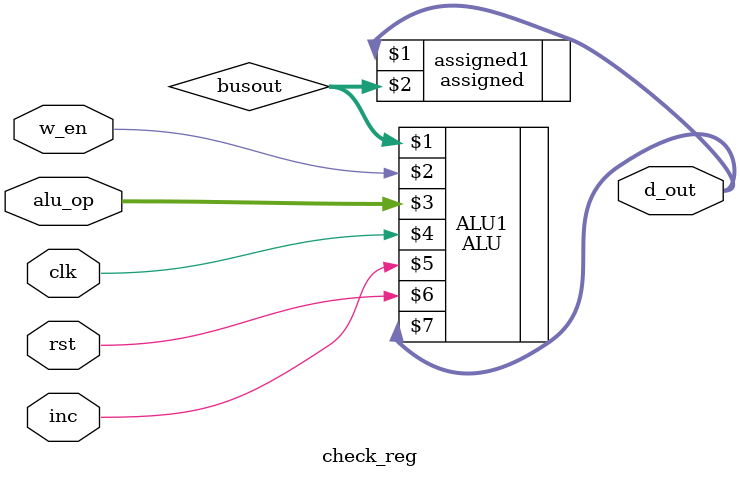
<source format=v>
module check_reg(clk,w_en,inc,rst,alu_op,d_out);

	input  clk,w_en,inc,rst;
	input  [2:0] alu_op;
	output [7:0] d_out;
	
	wire [7:0] busout;
	
	assigned assigned1(d_out,busout);
	ALU ALU1(busout,w_en,alu_op,clk,inc,rst,d_out);
	
endmodule

</source>
